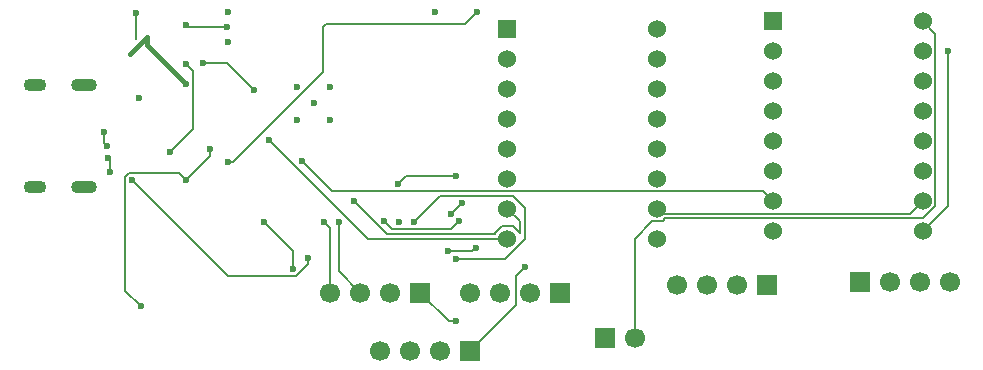
<source format=gbr>
%TF.GenerationSoftware,KiCad,Pcbnew,9.0.7-9.0.7~ubuntu24.04.1*%
%TF.CreationDate,2026-01-19T19:18:32+05:30*%
%TF.ProjectId,controller,636f6e74-726f-46c6-9c65-722e6b696361,rev?*%
%TF.SameCoordinates,Original*%
%TF.FileFunction,Copper,L2,Bot*%
%TF.FilePolarity,Positive*%
%FSLAX46Y46*%
G04 Gerber Fmt 4.6, Leading zero omitted, Abs format (unit mm)*
G04 Created by KiCad (PCBNEW 9.0.7-9.0.7~ubuntu24.04.1) date 2026-01-19 19:18:32*
%MOMM*%
%LPD*%
G01*
G04 APERTURE LIST*
%TA.AperFunction,ComponentPad*%
%ADD10R,1.700000X1.700000*%
%TD*%
%TA.AperFunction,ComponentPad*%
%ADD11C,1.700000*%
%TD*%
%TA.AperFunction,ComponentPad*%
%ADD12R,1.530000X1.530000*%
%TD*%
%TA.AperFunction,ComponentPad*%
%ADD13C,1.530000*%
%TD*%
%TA.AperFunction,ComponentPad*%
%ADD14O,2.200000X1.100000*%
%TD*%
%TA.AperFunction,ComponentPad*%
%ADD15O,1.900000X1.100000*%
%TD*%
%TA.AperFunction,ViaPad*%
%ADD16C,0.600000*%
%TD*%
%TA.AperFunction,Conductor*%
%ADD17C,0.200000*%
%TD*%
%TA.AperFunction,Conductor*%
%ADD18C,0.400000*%
%TD*%
G04 APERTURE END LIST*
D10*
%TO.P,J7,1,Pin_1*%
%TO.N,GND*%
X150318457Y-98084298D03*
D11*
%TO.P,J7,2,Pin_2*%
%TO.N,+5V*%
X147778457Y-98084298D03*
%TO.P,J7,3,Pin_3*%
%TO.N,GPIO13*%
X145238457Y-98084298D03*
%TO.P,J7,4,Pin_4*%
%TO.N,GPIO12*%
X142698457Y-98084298D03*
%TD*%
D10*
%TO.P,J6,1,Pin_1*%
%TO.N,GND*%
X165939457Y-101894298D03*
D11*
%TO.P,J6,2,Pin_2*%
%TO.N,Net-(J6-Pin_2)*%
X168479457Y-101894298D03*
%TD*%
D10*
%TO.P,J5,1,Pin_1*%
%TO.N,GPIO42*%
X162129457Y-98084298D03*
D11*
%TO.P,J5,2,Pin_2*%
%TO.N,GPIO41*%
X159589457Y-98084298D03*
%TO.P,J5,3,Pin_3*%
%TO.N,GPIO48*%
X157049457Y-98084298D03*
%TO.P,J5,4,Pin_4*%
%TO.N,GPIO37*%
X154509457Y-98084298D03*
%TD*%
D10*
%TO.P,J4,1,Pin_1*%
%TO.N,GPIO38*%
X154509457Y-103037298D03*
D11*
%TO.P,J4,2,Pin_2*%
%TO.N,GPIO45*%
X151969457Y-103037298D03*
%TO.P,J4,3,Pin_3*%
%TO.N,GPIO46*%
X149429457Y-103037298D03*
%TO.P,J4,4,Pin_4*%
%TO.N,GPIO47*%
X146889457Y-103037298D03*
%TD*%
D10*
%TO.P,J3,1,Pin_1*%
%TO.N,Net-(J3-Pin_1)*%
X187529457Y-97195298D03*
D11*
%TO.P,J3,2,Pin_2*%
%TO.N,Net-(J3-Pin_2)*%
X190069457Y-97195298D03*
%TO.P,J3,3,Pin_3*%
%TO.N,Net-(J3-Pin_3)*%
X192609457Y-97195298D03*
%TO.P,J3,4,Pin_4*%
%TO.N,Net-(J3-Pin_4)*%
X195149457Y-97195298D03*
%TD*%
D10*
%TO.P,J2,1,Pin_1*%
%TO.N,Net-(J2-Pin_1)*%
X179655457Y-97449298D03*
D11*
%TO.P,J2,2,Pin_2*%
%TO.N,Net-(J2-Pin_2)*%
X177115457Y-97449298D03*
%TO.P,J2,3,Pin_3*%
%TO.N,Net-(J2-Pin_3)*%
X174575457Y-97449298D03*
%TO.P,J2,4,Pin_4*%
%TO.N,Net-(J2-Pin_4)*%
X172035457Y-97449298D03*
%TD*%
D12*
%TO.P,U4,1,~{ENABLE}*%
%TO.N,unconnected-(U4-~{ENABLE}-Pad1)*%
X180163457Y-75097298D03*
D13*
%TO.P,U4,2,MS1*%
%TO.N,unconnected-(U4-MS1-Pad2)*%
X180163457Y-77637298D03*
%TO.P,U4,3,MS2*%
%TO.N,unconnected-(U4-MS2-Pad3)*%
X180163457Y-80177298D03*
%TO.P,U4,4,MS3*%
%TO.N,unconnected-(U4-MS3-Pad4)*%
X180163457Y-82717298D03*
%TO.P,U4,5,~{RESET}*%
%TO.N,Net-(U4-~{RESET})*%
X180163457Y-85257298D03*
%TO.P,U4,6,~{SLEEP}*%
X180163457Y-87797298D03*
%TO.P,U4,7,STEP*%
%TO.N,GPIO17*%
X180163457Y-90337298D03*
%TO.P,U4,8,DIR*%
%TO.N,GPIO18*%
X180163457Y-92877298D03*
%TO.P,U4,9,GND*%
%TO.N,GND*%
X192863457Y-92877298D03*
%TO.P,U4,10,VDD*%
%TO.N,Net-(U1-VDD)*%
X192863457Y-90337298D03*
%TO.P,U4,11,1B*%
%TO.N,Net-(J3-Pin_3)*%
X192863457Y-87797298D03*
%TO.P,U4,12,1A*%
%TO.N,Net-(J3-Pin_4)*%
X192863457Y-85257298D03*
%TO.P,U4,13,2A*%
%TO.N,Net-(J3-Pin_2)*%
X192863457Y-82717298D03*
%TO.P,U4,14,2B*%
%TO.N,Net-(J3-Pin_1)*%
X192863457Y-80177298D03*
%TO.P,U4,15,GND*%
%TO.N,GND*%
X192863457Y-77637298D03*
%TO.P,U4,16,VMOT*%
%TO.N,Net-(J6-Pin_2)*%
X192863457Y-75097298D03*
%TD*%
D12*
%TO.P,U1,1,~{ENABLE}*%
%TO.N,unconnected-(U1-~{ENABLE}-Pad1)*%
X157715457Y-75732298D03*
D13*
%TO.P,U1,2,MS1*%
%TO.N,unconnected-(U1-MS1-Pad2)*%
X157715457Y-78272298D03*
%TO.P,U1,3,MS2*%
%TO.N,unconnected-(U1-MS2-Pad3)*%
X157715457Y-80812298D03*
%TO.P,U1,4,MS3*%
%TO.N,unconnected-(U1-MS3-Pad4)*%
X157715457Y-83352298D03*
%TO.P,U1,5,~{RESET}*%
%TO.N,Net-(U1-~{RESET})*%
X157715457Y-85892298D03*
%TO.P,U1,6,~{SLEEP}*%
X157715457Y-88432298D03*
%TO.P,U1,7,STEP*%
%TO.N,GPIO14*%
X157715457Y-90972298D03*
%TO.P,U1,8,DIR*%
%TO.N,GPIO15*%
X157715457Y-93512298D03*
%TO.P,U1,9,GND*%
%TO.N,GND*%
X170415457Y-93512298D03*
%TO.P,U1,10,VDD*%
%TO.N,Net-(U1-VDD)*%
X170415457Y-90972298D03*
%TO.P,U1,11,1B*%
%TO.N,Net-(J2-Pin_3)*%
X170415457Y-88432298D03*
%TO.P,U1,12,1A*%
%TO.N,Net-(J2-Pin_4)*%
X170415457Y-85892298D03*
%TO.P,U1,13,2A*%
%TO.N,Net-(J2-Pin_2)*%
X170415457Y-83352298D03*
%TO.P,U1,14,2B*%
%TO.N,Net-(J2-Pin_1)*%
X170415457Y-80812298D03*
%TO.P,U1,15,GND*%
%TO.N,GND*%
X170415457Y-78272298D03*
%TO.P,U1,16,VMOT*%
%TO.N,Net-(J6-Pin_2)*%
X170415457Y-75732298D03*
%TD*%
D14*
%TO.P,J1,S1,SHIELD*%
%TO.N,GND*%
X121852457Y-80520298D03*
%TO.P,J1,S2,SHIELD*%
X121852457Y-89170298D03*
D15*
%TO.P,J1,S3,SHIELD*%
X117682457Y-80520298D03*
%TO.P,J1,S4,SHIELD*%
X117682457Y-89170298D03*
%TD*%
D16*
%TO.N,GND*%
X153366457Y-100497298D03*
%TO.N,GPIO48*%
X148413457Y-88898298D03*
X153366457Y-88178298D03*
X153874457Y-90506298D03*
X152942192Y-91396563D03*
X148527457Y-92095298D03*
%TO.N,GND*%
X126654457Y-99227298D03*
X130534457Y-88559298D03*
X132538457Y-85892298D03*
X195022457Y-77637298D03*
%TO.N,GPIO12*%
X142177457Y-92095298D03*
%TO.N,GPIO13*%
X143447457Y-92095298D03*
%TO.N,+5V*%
X140793457Y-95163298D03*
X125934457Y-88559298D03*
%TO.N,GPIO47*%
X155017457Y-94274298D03*
X147297222Y-92055533D03*
X152688192Y-94571563D03*
X153577192Y-92031563D03*
%TO.N,GPIO46*%
X139523457Y-96052298D03*
X137097457Y-92095298D03*
%TO.N,GPIO45*%
X153386692Y-95270063D03*
X149797457Y-92095298D03*
%TO.N,GPIO38*%
X159208457Y-95925298D03*
%TO.N,GPIO14*%
X144730457Y-90337298D03*
%TO.N,GPIO17*%
X140285457Y-86908298D03*
%TO.N,GPIO15*%
X137491457Y-85130298D03*
%TO.N,GPIO18*%
X134062457Y-87035298D03*
X155144457Y-74335298D03*
%TO.N,GPIO21*%
X136221457Y-80939298D03*
X131903457Y-78653298D03*
%TO.N,GND*%
X151562457Y-74335298D03*
X134062457Y-74335298D03*
X141312457Y-82055298D03*
X139912457Y-83455298D03*
X142712457Y-80655298D03*
X142712457Y-83455298D03*
X139912457Y-80655298D03*
%TO.N,Net-(J1-CC2)*%
X123902457Y-86645298D03*
X124029457Y-87845298D03*
%TO.N,+3V3*%
X133935457Y-75605298D03*
X130506457Y-75431298D03*
X129109457Y-86195298D03*
X130506457Y-78731298D03*
%TO.N,EN*%
X134062457Y-76875298D03*
%TO.N,+5V*%
X130506457Y-80431298D03*
%TO.N,D+*%
X123521457Y-84495298D03*
X123775457Y-85695298D03*
%TO.N,GND*%
X126481457Y-81631298D03*
%TO.N,EN*%
X126281457Y-74431298D03*
%TD*%
D17*
%TO.N,GND*%
X153366457Y-100497298D02*
X152731457Y-100497298D01*
X152731457Y-100497298D02*
X150318457Y-98084298D01*
%TO.N,GPIO48*%
X149133457Y-88178298D02*
X148413457Y-88898298D01*
X153366457Y-88178298D02*
X149133457Y-88178298D01*
X152942192Y-91396563D02*
X153874457Y-90464298D01*
X153874457Y-90464298D02*
X153874457Y-90506298D01*
%TO.N,GND*%
X130534457Y-88559298D02*
X129933457Y-87958298D01*
X129933457Y-87958298D02*
X125685514Y-87958298D01*
X125685514Y-87958298D02*
X125333457Y-88310355D01*
X125333457Y-88310355D02*
X125333457Y-97906298D01*
X125333457Y-97906298D02*
X126654457Y-99227298D01*
X132538457Y-85892298D02*
X132538457Y-86555298D01*
X132538457Y-86555298D02*
X130534457Y-88559298D01*
X195022457Y-90718298D02*
X195022457Y-77637298D01*
X192863457Y-92877298D02*
X195022457Y-90718298D01*
%TO.N,GPIO12*%
X142698457Y-98084298D02*
X142698457Y-92616298D01*
X142698457Y-92616298D02*
X142177457Y-92095298D01*
%TO.N,GPIO13*%
X145238457Y-98084298D02*
X143447457Y-96293298D01*
X143447457Y-96293298D02*
X143447457Y-92095298D01*
%TO.N,+5V*%
X140793457Y-95163298D02*
X140793457Y-95632241D01*
X140793457Y-95632241D02*
X139772400Y-96653298D01*
X139772400Y-96653298D02*
X134028457Y-96653298D01*
X134028457Y-96653298D02*
X125934457Y-88559298D01*
%TO.N,GPIO47*%
X153577192Y-92031563D02*
X152912457Y-92696298D01*
X152912457Y-92696298D02*
X147937987Y-92696298D01*
X154720192Y-94571563D02*
X155017457Y-94274298D01*
X152688192Y-94571563D02*
X154720192Y-94571563D01*
X147937987Y-92696298D02*
X147297222Y-92055533D01*
%TO.N,GPIO46*%
X139523457Y-96052298D02*
X139523457Y-94521298D01*
X139523457Y-94521298D02*
X137097457Y-92095298D01*
%TO.N,GPIO45*%
X158157009Y-89906298D02*
X151986457Y-89906298D01*
X153386692Y-95270063D02*
X157465244Y-95270063D01*
X157465244Y-95270063D02*
X159182457Y-93552850D01*
X159182457Y-93552850D02*
X159182457Y-90931746D01*
X159182457Y-90931746D02*
X158157009Y-89906298D01*
X151986457Y-89906298D02*
X149797457Y-92095298D01*
%TO.N,GPIO38*%
X158438457Y-96695298D02*
X158438457Y-99108298D01*
X159208457Y-95925298D02*
X158438457Y-96695298D01*
X158438457Y-99108298D02*
X154509457Y-103037298D01*
%TO.N,Net-(J6-Pin_2)*%
X168479457Y-101894298D02*
X168479457Y-93532746D01*
X168479457Y-93532746D02*
X169973905Y-92038298D01*
X171091009Y-91804298D02*
X192904009Y-91804298D01*
X169973905Y-92038298D02*
X170857009Y-92038298D01*
X170857009Y-92038298D02*
X171091009Y-91804298D01*
X192904009Y-91804298D02*
X193929457Y-90778850D01*
X193929457Y-90778850D02*
X193929457Y-76163298D01*
X193929457Y-76163298D02*
X192863457Y-75097298D01*
%TO.N,Net-(U1-VDD)*%
X192863457Y-90337298D02*
X191797457Y-91403298D01*
X191797457Y-91403298D02*
X170846457Y-91403298D01*
X170846457Y-91403298D02*
X170415457Y-90972298D01*
%TO.N,GPIO14*%
X158781457Y-93070746D02*
X158781457Y-92038298D01*
X144730457Y-90337298D02*
X147504457Y-93111298D01*
X147504457Y-93111298D02*
X156649457Y-93111298D01*
X156649457Y-93111298D02*
X156649457Y-93070746D01*
X156649457Y-93070746D02*
X157273905Y-92446298D01*
X157273905Y-92446298D02*
X158157009Y-92446298D01*
X158157009Y-92446298D02*
X158781457Y-93070746D01*
X158781457Y-92038298D02*
X157715457Y-90972298D01*
%TO.N,GPIO17*%
X179324457Y-89498298D02*
X180163457Y-90337298D01*
X140285457Y-86908298D02*
X142875457Y-89498298D01*
X142875457Y-89498298D02*
X179324457Y-89498298D01*
%TO.N,GPIO15*%
X137491457Y-85130298D02*
X145873457Y-93512298D01*
X145873457Y-93512298D02*
X157715457Y-93512298D01*
%TO.N,GPIO18*%
X142063457Y-75605298D02*
X142063457Y-79415298D01*
X142317457Y-75351298D02*
X142063457Y-75605298D01*
X142063457Y-79415298D02*
X134443457Y-87035298D01*
X155144457Y-74335298D02*
X154128457Y-75351298D01*
X134443457Y-87035298D02*
X134062457Y-87035298D01*
X154128457Y-75351298D02*
X142317457Y-75351298D01*
%TO.N,GPIO21*%
X136221457Y-80939298D02*
X133935457Y-78653298D01*
X133935457Y-78653298D02*
X131903457Y-78653298D01*
%TO.N,Net-(J1-CC2)*%
X124029457Y-86772298D02*
X123902457Y-86645298D01*
X124029457Y-87845298D02*
X124029457Y-86772298D01*
%TO.N,+3V3*%
X130680457Y-75605298D02*
X130506457Y-75431298D01*
X133935457Y-75605298D02*
X130680457Y-75605298D01*
X129109457Y-86195298D02*
X131107457Y-84197298D01*
X131107457Y-84197298D02*
X131107457Y-79332298D01*
X131107457Y-79332298D02*
X130506457Y-78731298D01*
D18*
%TO.N,+5V*%
X127181457Y-76439818D02*
X127181457Y-77106298D01*
X127181457Y-77106298D02*
X130506457Y-80431298D01*
D17*
%TO.N,D+*%
X123521457Y-85441298D02*
X123775457Y-85695298D01*
X123521457Y-84495298D02*
X123521457Y-85441298D01*
D18*
%TO.N,+5V*%
X125781457Y-77839818D02*
X127181457Y-76439818D01*
D17*
%TO.N,EN*%
X126281457Y-76631298D02*
X126281457Y-74431298D01*
%TD*%
M02*

</source>
